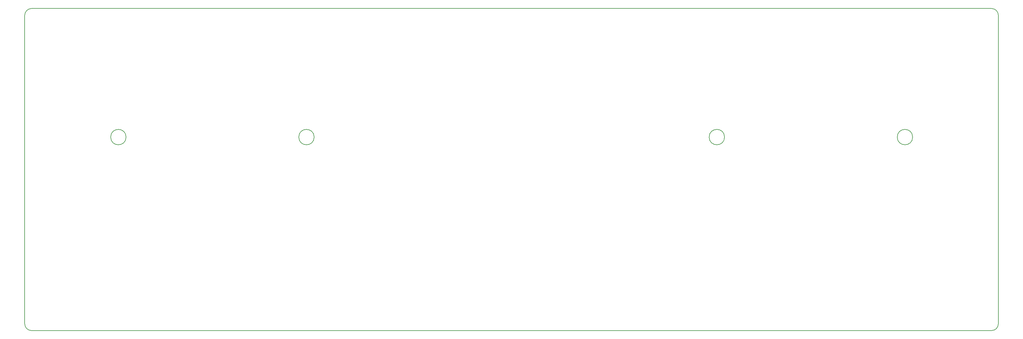
<source format=gbr>
G04 #@! TF.GenerationSoftware,KiCad,Pcbnew,(5.99.0-4079-gfad0916f0)*
G04 #@! TF.CreationDate,2020-11-18T01:00:15-05:00*
G04 #@! TF.ProjectId,plain60-c,706c6169-6e36-4302-9d63-2e6b69636164,rev?*
G04 #@! TF.SameCoordinates,Original*
G04 #@! TF.FileFunction,Profile,NP*
%FSLAX46Y46*%
G04 Gerber Fmt 4.6, Leading zero omitted, Abs format (unit mm)*
G04 Created by KiCad (PCBNEW (5.99.0-4079-gfad0916f0)) date 2020-11-18 01:00:15*
%MOMM*%
%LPD*%
G01*
G04 APERTURE LIST*
G04 #@! TA.AperFunction,Profile*
%ADD10C,0.200000*%
G04 #@! TD*
G04 APERTURE END LIST*
D10*
X283225000Y-525000D02*
X2525000Y-525000D01*
X205160000Y-38135000D02*
G75*
G03*
X205160000Y-38135000I-2250000J0D01*
G01*
X2525000Y-525000D02*
G75*
G03*
X525000Y-2525000I0J-2000000D01*
G01*
X283225000Y-94725064D02*
G75*
G03*
X285225000Y-92725064I0J2000000D01*
G01*
X2525000Y-94725064D02*
X283225000Y-94725064D01*
X85160000Y-38135000D02*
G75*
G03*
X85160000Y-38135000I-2250000J0D01*
G01*
X525000Y-2525000D02*
X525000Y-92725064D01*
X285225000Y-2525000D02*
G75*
G03*
X283225000Y-525000I-2000000J0D01*
G01*
X525000Y-92725064D02*
G75*
G03*
X2525000Y-94725064I2000000J0D01*
G01*
X285225000Y-92725064D02*
X285225000Y-2525000D01*
X30160000Y-38135000D02*
G75*
G03*
X30160000Y-38135000I-2250000J0D01*
G01*
X260160000Y-38135000D02*
G75*
G03*
X260160000Y-38135000I-2250000J0D01*
G01*
M02*

</source>
